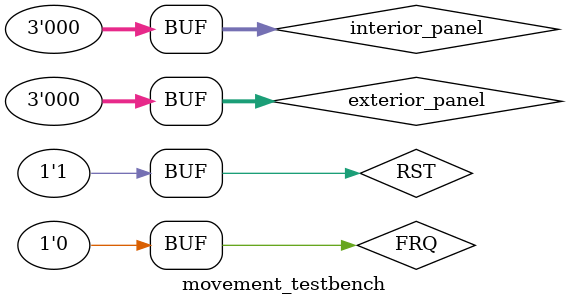
<source format=v>
`timescale 1ns / 1ps

module movement_testbench;
	
	// Inputs
	reg FRQ, RST;	
	reg [2:0] interior_panel, exterior_panel;
				
	// Outputs
	wire [1:0] engine;
	wire [2:0] doors;

	// Instantiate the Unit Under Test (UUT)
	movement uut (
		.engine(engine), 
		.doors(doors), 
		.FRQ(FRQ), 
		.RST(RST), 
		.interior_panel(interior_panel), 
		.exterior_panel(exterior_panel)
	);

	initial
	begin
		RST = 0;
		FRQ = 0;
	#15 RST = 1;
		repeat (100)
		#25 FRQ = ~FRQ;
	end
	
	initial
	begin
		exterior_panel = 0;
		interior_panel = 0;
		#25 interior_panel = 3'b001;
		#10 interior_panel = 0;
		#25 interior_panel = 3'b010;
		#10 interior_panel = 0;
		#25 interior_panel = 3'b001;
		#10 interior_panel = 0;
		#25 interior_panel = 3'b100;
		#10 interior_panel = 0;
		#25 interior_panel = 3'b001;
		#10 interior_panel = 0;
		#25 interior_panel = 3'b010;
		#10 interior_panel = 0;
		#25 interior_panel = 3'b100;
		#10 interior_panel = 0;
	end

endmodule


</source>
